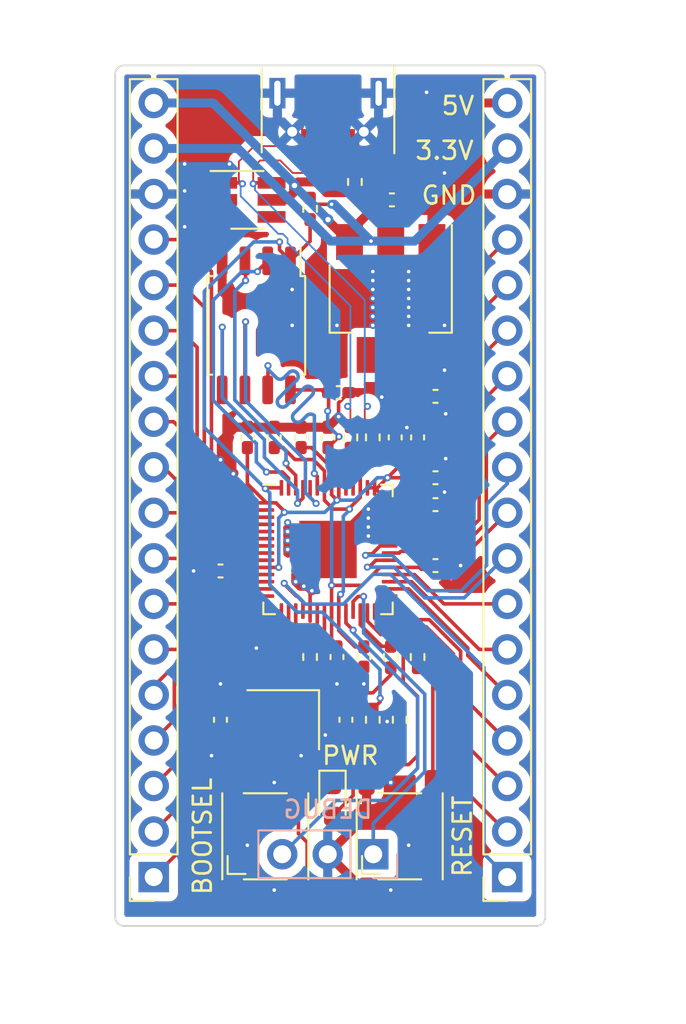
<source format=kicad_pcb>
(kicad_pcb (version 20211014) (generator pcbnew)
  (layers (0 "F.Cu" signal) (1 "In1.Cu" signal) (2 "In2.Cu" signal) (31 "B.Cu" signal) (34 "B.Paste" user) (35 "F.Paste" user) (36 "B.SilkS" user "B.Silkscreen") (37 "F.SilkS" user "F.Silkscreen") (38 "B.Mask" user) (39 "F.Mask" user) (44 "Edge.Cuts" user))
  (net 0 "")
  (net 1 "GND")
  (net 2 "+3V3")
  (net 3 "+1V1")
  (net 4 "VBUS")
  (net 5 "Net-(R1-Pad1)")
  (net 6 "Net-(R3-Pad1)")
  (net 7 "/RP2040/XIN")
  (net 8 "/RP2040/XOUT")
  (net 9 "Net-(FB1-Pad1)")
  (net 10 "/RP2040/USB_D-")
  (net 11 "/RP2040/USB_D+")
  (net 13 "/RP2040/QSPI_SS")
  (net 14 "Net-(R2-Pad2)")
  (net 15 "/RP2040/RUN")
  (net 16 "Net-(R4-Pad2)")
  (net 17 "/GPIO0")
  (net 18 "/GPIO1")
  (net 19 "/GPIO2")
  (net 20 "/GPIO3")
  (net 21 "/GPIO4")
  (net 22 "/GPIO5")
  (net 23 "/GPIO6")
  (net 24 "/GPIO7")
  (net 25 "/GPIO8")
  (net 26 "/GPIO9")
  (net 27 "/GPIO10")
  (net 28 "/GPIO11")
  (net 29 "/GPIO12")
  (net 30 "/GPIO13")
  (net 31 "/GPIO14")
  (net 32 "/GPIO15")
  (net 33 "/RP2040/SWCLK")
  (net 34 "/RP2040/SWD")
  (net 35 "/GPIO16")
  (net 36 "/GPIO17")
  (net 37 "/GPIO18")
  (net 38 "/GPIO19")
  (net 39 "/GPIO20")
  (net 40 "/GPIO21")
  (net 41 "/GPIO22")
  (net 42 "/GPIO23")
  (net 43 "/GPIO24")
  (net 44 "/GPIO25")
  (net 45 "/ADC0")
  (net 46 "/ADC1")
  (net 47 "/ADC2")
  (net 48 "/ADC3")
  (net 49 "/RP2040/QSPI_SD3")
  (net 50 "/RP2040/QSPI_SCLK")
  (net 51 "/RP2040/QSPI_SD0")
  (net 52 "/RP2040/QSPI_SD2")
  (net 53 "/RP2040/QSPI_SD1")
  (net 54 "Net-(D1-Pad1)")
  (net 57 "Net-(C6-Pad1)")
  (footprint "Resistor_SMD:R_0402_1005Metric_Pad0.72x0.64mm_HandSolder" (layer "F.Cu") (at 82 66 90)
    (fp_text reference "R5" hide)
    (fp_text value "10k")
  )
  (footprint "Capacitor_SMD:C_0402_1005Metric_Pad0.74x0.62mm_HandSolder" (layer "F.Cu") (at 82.25 53.75 90)
    (fp_text reference "C12" hide)
    (fp_text value "1u")
  )
  (footprint "Package_TO_SOT_SMD:SOT-23-6_Handsoldering" (layer "F.Cu") (at 74 40.5)
    (fp_text reference "U2" hide)
    (fp_text value "TPUSBLC6-4SC6")
  )
  (footprint "Capacitor_SMD:C_0402_1005Metric_Pad0.74x0.62mm_HandSolder" (layer "F.Cu") (at 78.5 53.75 90)
    (fp_text reference "C10" hide)
    (fp_text value "100n")
  )
  (footprint "footprints:BZCN TSC003A0826A" (layer "F.Cu") (at 75 76 90)
    (fp_text reference "SW1" hide)
    (fp_text value "SW_Push")
  )
  (footprint "footprints:BZCN TSC003A0826A" (layer "F.Cu") (at 82.5 76 90)
    (fp_text reference "SW2" hide)
    (fp_text value "SW_Push")
  )
  (footprint "Package_DFN_QFN:QFN-56-1EP_7x7mm_P0.4mm_EP3.2x3.2mm" (layer "F.Cu") (at 78.5 60)
    (fp_text reference "U1" hide)
    (fp_text value "RP2040")
  )
  (footprint "Package_TO_SOT_SMD:SOT-223-3_TabPin2" (layer "F.Cu") (at 82 46 -90)
    (fp_text reference "U3" hide)
    (fp_text value "NCP1117-3.3_SOT223")
  )
  (footprint "Package_SO:SOP-8_5.28x5.23mm_P1.27mm" (layer "F.Cu") (at 74.5 47.5 -90)
    (fp_text reference "U4" hide)
    (fp_text value "FM25W32")
  )
  (footprint "Resistor_SMD:R_0402_1005Metric_Pad0.72x0.64mm_HandSolder" (layer "F.Cu") (at 83.5 66 90)
    (fp_text reference "R3" hide)
    (fp_text value "1k")
  )
  (footprint "Capacitor_SMD:C_0402_1005Metric_Pad0.74x0.62mm_HandSolder" (layer "F.Cu") (at 79.5 69.5 -90)
    (fp_text reference "C6" hide)
    (fp_text value "27p")
  )
  (footprint "footprints:DEALON USB-MR-D-037" (layer "F.Cu") (at 78.5 35.5 180)
    (fp_text reference "J3" hide)
    (fp_text value "USB_B_Micro")
  )
  (footprint "Connector_PinSocket_2.54mm:PinSocket_1x18_P2.54mm_Vertical" (layer "F.Cu") (at 68.775 78.275 180)
    (fp_text reference "J1" hide)
    (fp_text value "Conn_02x15_Odd_Even")
  )
  (footprint "Capacitor_SMD:C_0402_1005Metric_Pad0.74x0.62mm_HandSolder" (layer "F.Cu") (at 84.5 56)
    (fp_text reference "C1" hide)
    (fp_text value "100n")
  )
  (footprint "Capacitor_SMD:C_0402_1005Metric_Pad0.74x0.62mm_HandSolder" (layer "F.Cu") (at 79.1 51.25)
    (fp_text reference "C16" hide)
    (fp_text value "100n")
  )
  (footprint "Resistor_SMD:R_0402_1005Metric_Pad0.72x0.64mm_HandSolder" (layer "F.Cu") (at 81 53.75 -90)
    (fp_text reference "R2" hide)
    (fp_text value "27.4")
  )
  (footprint "Resistor_SMD:R_0402_1005Metric_Pad0.72x0.64mm_HandSolder" (layer "F.Cu") (at 82.5 69.5 90)
    (fp_text reference "R6" hide)
    (fp_text value "0")
  )
  (footprint "Resistor_SMD:R_0402_1005Metric_Pad0.72x0.64mm_HandSolder" (layer "F.Cu") (at 81 69.5 90)
    (fp_text reference "R1" hide)
    (fp_text value "1k")
  )
  (footprint "Capacitor_SMD:C_0402_1005Metric_Pad0.74x0.62mm_HandSolder" (layer "F.Cu") (at 83.5 53.75 90)
    (fp_text reference "C2" hide)
    (fp_text value "1u")
  )
  (footprint "Capacitor_SMD:C_0402_1005Metric_Pad0.74x0.62mm_HandSolder" (layer "F.Cu") (at 79 66 -90)
    (fp_text reference "C7" hide)
    (fp_text value "100n")
  )
  (footprint "Capacitor_SMD:C_0402_1005Metric_Pad0.74x0.62mm_HandSolder" (layer "F.Cu") (at 82.0675 40.5)
    (fp_text reference "C14" hide)
    (fp_text value "10u")
  )
  (footprint "Crystal:Crystal_SMD_3225-4Pin_3.2x2.5mm" (layer "F.Cu") (at 76 69.5 180)
    (fp_text reference "Y1" hide)
    (fp_text value "Crystal_GND24")
  )
  (footprint "Resistor_SMD:R_0402_1005Metric_Pad0.72x0.64mm_HandSolder" (layer "F.Cu") (at 79.75 53.75 -90)
    (fp_text reference "R4" hide)
    (fp_text value "27.4")
  )
  (footprint "Connector_PinSocket_2.54mm:PinSocket_1x18_P2.54mm_Vertical" (layer "F.Cu") (at 88.5 78.275 180)
    (fp_text reference "J2" hide)
    (fp_text value "Conn_02x15_Odd_Even")
  )
  (footprint "Capacitor_SMD:C_0402_1005Metric_Pad0.74x0.62mm_HandSolder" (layer "F.Cu") (at 84.5 57.5)
    (fp_text reference "C4" hide)
    (fp_text value "100n")
  )
  (footprint "Capacitor_SMD:C_0402_1005Metric_Pad0.74x0.62mm_HandSolder" (layer "F.Cu") (at 77 53.75 90)
    (fp_text reference "C8" hide)
    (fp_text value "100n")
  )
  (footprint "Resistor_SMD:R_0402_1005Metric_Pad0.72x0.64mm_HandSolder" (layer "F.Cu") (at 77.5 41 -90)
    (fp_text reference "R7" hide)
    (fp_text value "10k")
  )
  (footprint "Capacitor_SMD:C_0402_1005Metric_Pad0.74x0.62mm_HandSolder" (layer "F.Cu") (at 75.5 53.75 90)
    (fp_text reference "C11" hide)
    (fp_text value "100n")
  )
  (footprint "Resistor_SMD:R_0402_1005Metric_Pad0.72x0.64mm_HandSolder" (layer "F.Cu") (at 77.5 66 90)
    (fp_text reference "R8" hide)
    (fp_text value "1k")
  )
  (footprint "Capacitor_SMD:C_0402_1005Metric_Pad0.74x0.62mm_HandSolder" (layer "F.Cu") (at 72.5 61.2 180)
    (fp_text reference "C17" hide)
    (fp_text value "100n")
  )
  (footprint "LED_SMD:LED_0603_1608Metric_Pad1.05x0.95mm_HandSolder" (layer "F.Cu") (at 78.75 74 -90)
    (fp_text reference "D1" hide)
    (fp_text value "LED")
  )
  (footprint "Capacitor_SMD:C_0402_1005Metric_Pad0.74x0.62mm_HandSolder" (layer "F.Cu") (at 74 53.75 90)
    (fp_text reference "C3" hide)
    (fp_text value "100n")
  )
  (footprint "Resistor_SMD:R_0402_1005Metric_Pad0.72x0.64mm_HandSolder" (layer "F.Cu") (at 80 39.5 -90)
    (fp_text reference "FB1" hide)
    (fp_text value "FerriteBead")
  )
  (footprint "Capacitor_SMD:C_0402_1005Metric_Pad0.74x0.62mm_HandSolder" (layer "F.Cu") (at 80.5 66 -90)
    (fp_text reference "C9" hide)
    (fp_text value "100n")
  )
  (footprint "Capacitor_SMD:C_0402_1005Metric_Pad0.74x0.62mm_HandSolder" (layer "F.Cu") (at 84.5 51.46)
    (fp_text reference "C15" hide)
    (fp_text value "10u")
  )
  (footprint "Capacitor_SMD:C_0402_1005Metric_Pad0.74x0.62mm_HandSolder" (layer "F.Cu") (at 84.5 60.9)
    (fp_text reference "C13" hide)
    (fp_text value "100n")
  )
  (footprint "Capacitor_SMD:C_0402_1005Metric_Pad0.74x0.62mm_HandSolder" (layer "F.Cu") (at 72.5 69.5 -90)
    (fp_text reference "C5" hide)
    (fp_text value "27p")
  )
  (footprint "Connector_PinHeader_2.54mm:PinHeader_1x03_P2.54mm_Vertical" (layer "B.Cu") (at 81.025 77 90)
    (fp_text reference "DEBUG")
    (fp_text value "Conn_01x03")
  )
  (gr_line (start 66.625 80.5) (end 66.625 33.5) (layer "Edge.Cuts") (width 0.1))
  (gr_line (start 90.125 81) (end 67.125 81) (layer "Edge.Cuts") (width 0.1))
  (gr_arc (start 90.125 33) (mid 90.478553 33.146447) (end 90.625 33.5) (layer "Edge.Cuts") (width 0.1))
  (gr_line (start 90.625 33.5) (end 90.625 80.5) (layer "Edge.Cuts") (width 0.1))
  (gr_line (start 78.5 33) (end 67.125 33) (layer "Edge.Cuts") (width 0.1))
  (gr_arc (start 66.625 33.5) (mid 66.771447 33.146447) (end 67.125 33) (layer "Edge.Cuts") (width 0.1))
  (gr_line (start 78.5 33) (end 90.125 33) (layer "Edge.Cuts") (width 0.1))
  (gr_arc (start 67.125 81) (mid 66.771447 80.853553) (end 66.625 80.5) (layer "Edge.Cuts") (width 0.1))
  (gr_arc (start 90.625 80.5) (mid 90.478553 80.853553) (end 90.125 81) (layer "Edge.Cuts") (width 0.1))
  (gr_text "RESET" (at 86 76 90) (layer "F.SilkS") (effects (font (size 1 1))))
  (gr_text "3.3V" (at 85 37.75) (layer "F.SilkS") (effects (font (size 1 1))))
  (gr_text "5V" (at 85.75 35.25) (layer "F.SilkS") (effects (font (size 1 1))))
  (gr_text "PWR" (at 79.75 71.5) (layer "F.SilkS") (effects (font (size 1 1))))
  (gr_text "GND" (at 85.25 40.25) (layer "F.SilkS") (effects (font (size 1 1))))
  (gr_text "BOOTSEL" (at 71.5 76 90) (layer "F.SilkS") (effects (font (size 1 1))))
  (segment (start 77.5 62.4) (end 77.6 62.3) (width 0.2) (layer "F.Cu") (net 1))
  (segment (start 77.6 62.3) (end 77.6 60.9) (width 0.2) (layer "F.Cu") (net 1))
  (segment (start 76.95 62.05) (end 77.35 62.05) (width 0.5) (layer "F.Cu") (net 1))
  (segment (start 71.9325 61.2) (end 71 61.2) (width 0.2) (layer "F.Cu") (net 1))
  (segment (start 77.15 61.75) (end 78.5 60.4) (width 0.5) (layer "F.Cu") (net 1))
  (segment (start 77.5 63.4375) (end 77.5 62.4) (width 0.2) (layer "F.Cu") (net 1))
  (segment (start 80.485 79) (end 78.485 77) (width 0.5) (layer "F.Cu") (net 1))
  (segment (start 80.75 58.25) (end 80.25 58.25) (width 0.5) (layer "F.Cu") (net 1))
  (segment (start 79.75 58.75) (end 78.5 60) (width 0.5) (layer "F.Cu") (net 1))
  (segment (start 72.5 68.9325) (end 72.7825 68.65) (width 0.2) (layer "F.Cu") (net 1))
  (segment (start 72.65 40.5) (end 71.595978 40.5) (width 0.5) (layer "F.Cu") (net 1))
  (segment (start 73.3175 53.1825) (end 72.545 53.955) (width 0.5) (layer "F.Cu") (net 1))
  (segment (start 85.0675 51.46) (end 85.0675 52.4325) (width 0.5) (layer "F.Cu") (net 1))
  (segment (start 85.0675 60.9) (end 85.8936 60.9) (width 0.2) (layer "F.Cu") (net 1))
  (segment (start 78.5 60.4) (end 78.5 60) (width 0.5) (layer "F.Cu") (net 1))
  (segment (start 85.0675 52.4325) (end 85.0675 54.9325) (width 0.5) (layer "F.Cu") (net 1))
  (segment (start 71.75 70.75) (end 72.25 71.25) (width 0.2) (layer "F.Cu") (net 1))
  (segment (start 71.420489 40.675489) (end 71.420489 42.725489) (width 0.5) (layer "F.Cu") (net 1))
  (segment (start 79.660514 51.25) (end 79.09125 51.819264) (width 0.2) (layer "F.Cu") (net 1))
  (segment (start 77.6 61.7) (end 78.5 60.8) (width 0.5) (layer "F.Cu") (net 1))
  (segment (start 85.0675 54.9325) (end 85.0675 56) (width 0.5) (layer "F.Cu") (net 1))
  (segment (start 78.5 60.8) (end 78.5 60) (width 0.5) (layer "F.Cu") (net 1))
  (segment (start 78.5 53.1825) (end 79.09125 52.59125) (width 0.5) (layer "F.Cu") (net 1))
  (segment (start 79.09125 51.819264) (end 79.09125 52.59125) (width 0.2) (layer "F.Cu") (net 1))
  (segment (start 80.75 57.75) (end 78.5 60) (width 0.5) (layer "F.Cu") (net 1))
  (segment (start 76.7 61.4) (end 78.1 60) (width 0.5) (layer "F.Cu") (net 1))
  (segment (start 72.7825 68.65) (end 74.9 68.65) (width 0.2) (layer "F.Cu") (net 1))
  (segment (start 79.6675 51.25) (end 79.660514 51.25) (width 0.2) (layer "F.Cu") (net 1))
  (segment (start 85.8936 60.9) (end 85.8968 60.8968) (width 0.2) (layer "F.Cu") (net 1))
  (segment (start 73.15 79) (end 73.15 73) (width 0.2) (layer "F.Cu") (net 1))
  (segment (start 76.2 71.25) (end 77.1 70.35) (width 0.2) (layer "F.Cu") (net 1))
  (segment (start 82.4975 68.9025) (end 81.8 69.6) (width 0.2) (layer "F.Cu") (net 1))
  (segment (start 80.65 79) (end 80.485 79) (width 0.5) (layer "F.Cu") (net 1))
  (segment (start 72.5 68.9325) (end 72.0675 68.9325) (width 0.2) (layer "F.Cu") (net 1))
  (segment (start 72.595 43.9) (end 72.595 45.595) (width 0.5) (layer "F.Cu") (net 1))
  (segment (start 78.485 77) (end 80.65 74.835) (width 0.5) (layer "F.Cu") (net 1))
  (segment (start 72.0675 68.9325) (end 71.75 69.25) (width 0.2) (layer "F.Cu") (net 1))
  (segment (start 77.6 60.9) (end 78.5 60) (width 0.2) (layer "F.Cu") (net 1))
  (segment (start 79 66.5675) (end 79 67.5) (width 0.2) (layer "F.Cu") (net 1))
  (segment (start 78.35 70.35) (end 77.1 70.35) (width 0.2) (layer "F.Cu") (net 1))
  (segment (start 77.6 62.3) (end 77.6 61.7) (width 0.5) (layer "F.Cu") (net 1))
  (segment (start 77.15 62.05) (end 77.15 61.75) (width 0.5) (layer "F.Cu") (net 1))
  (segment (start 71.420489 42.725489) (end 72.595 43.9) (width 0.5) (layer "F.Cu") (net 1))
  (segment (start 80.65 74.835) (end 80.65 73) (width 0.5) (layer "F.Cu") (net 1))
  (segment (start 72.25 71.25) (end 76.2 71.25) (width 0.2) (layer "F.Cu") (net 1))
  (segment (start 72.595 45.595) (end 73 46) (width 0.5) (layer "F.Cu") (net 1))
  (segment (start 76.7 61.8) (end 76.7 61.4) (width 0.5) (layer "F.Cu") (net 1))
  (segment (start 78.1 60) (end 78.5 60) (width 0.5) (layer "F.Cu") (net 1))
  (segment (start 82.5 68.9025) (end 82.4975 68.9025) (width 0.2) (layer "F.Cu") (net 1))
  (segment (start 79.5 70.0675) (end 79.2175 70.35) (width 0.2) (layer "F.Cu") (net 1))
  (segment (start 80.75 59.25) (end 79.25 59.25) (width 0.5) (layer "F.Cu") (net 1))
  (segment (start 71.595978 40.5) (end 71.420489 40.675489) (width 0.5) (layer "F.Cu") (net 1))
  (segment (start 80.5 66.5675) (end 80.5 67.5) (width 0.2) (layer "F.Cu") (net 1))
  (segment (start 79.25 59.25) (end 78.5 60) (width 0.5) (layer "F.Cu") (net 1))
  (segment (start 71.75 69.25) (end 71.75 70.75) (width 0.2) (layer "F.Cu") (net 1))
  (segment (start 72.545 53.955) (end 72.545 55.037157) (width 0.5) (layer "F.Cu") (net 1))
  (segment (start 76.7 61.8) (end 76.95 62.05) (width 0.5) (layer "F.Cu") (net 1))
  (segment (start 77.35 62.05) (end 77.6 62.3) (width 0.5) (layer "F.Cu") (net 1))
  (segment (start 79.2175 70.35) (end 78.35 70.35) (width 0.2) (layer "F.Cu") (net 1))
  (segment (start 80.75 58.75) (end 79.75 58.75) (width 0.5) (layer "F.Cu") (net 1))
  (segment (start 77.5 63.4375) (end 77.5 64) (width 0.2) (layer "F.Cu") (net 1))
  (segment (start 74 53.1825) (end 73.3175 53.1825) (width 0.5) (layer "F.Cu") (net 1))
  (segment (start 80.25 58.25) (end 78.5 60) (width 0.5) (layer "F.Cu") (net 1))
  (segment (start 80.75 57.75) (end 80.75 59.25) (width 0.5) (layer "F.Cu") (net 1))
  (segment (start 72.545 55.037157) (end 73.253922 55.746079) (width 0.5) (layer "F.Cu") (net 1))
  (via (at 81 47.5) (size 0.4) (drill 0.2) (layers "F.Cu" "B.Cu") (net 1))
  (via (at 70.5 38.5) (size 0.4) (drill 0.2) (layers "F.Cu" "B.Cu") (net 1))
  (via (at 85.0675 54.9325) (size 0.4) (drill 0.2) (layers "F.Cu" "B.Cu") (net 1))
  (via (at 85 56.8) (size 0.4) (drill 0.2) (layers "F.Cu" "B.Cu") (net 1))
  (via (at 81 45.5) (size 0.4) (drill 0.2) (layers "F.Cu" "B.Cu") (net 1))
  (via (at 84 34.5) (size 0.4) (drill 0.2) (layers "F.Cu" "B.Cu") (net 1))
  (via (at 74 76.5) (size 0.4) (drill 0.2) (layers "F.Cu" "B.Cu") (net 1))
  (via (at 81 46) (size 0.4) (drill 0.2) (layers "F.Cu" "B.Cu") (net 1))
  (via (at 83 45) (size 0.4) (drill 0.2) (layers "F.Cu" "B.Cu") (net 1))
  (via (at 83 47.5) (size 0.4) (drill 0.2) (layers "F.Cu" "B.Cu") (net 1))
  (via (at 77 71.5) (size 0.4) (drill 0.2) (layers "F.Cu" "B.Cu") (net 1))
  (via (at 70.5 40) (size 0.4) (drill 0.2) (layers "F.Cu" "B.Cu") (net 1))
  (via (at 73.218553 55.781448) (size 0.4) (drill 0.2) (layers "F.Cu" "B.Cu") (net 1))
  (via (at 76.25 59) (size 0.4) (drill 0.2) (layers "F.Cu" "B.Cu") (net 1))
  (via (at 80.75 57.75) (size 0.4) (drill 0.2) (layers "F.Cu" "B.Cu") (net 1))
  (via (at 72.5 67.5) (size 0.4) (drill 0.2) (layers "F.Cu" "B.Cu") (net 1))
  (via (at 81.8 69.6) (size 0.4) (drill 0.2) (layers "F.Cu" "B.Cu") (net 1))
  (via (at 76.25 59.5) (size 0.4) (drill 0.2) (layers "F.Cu" "B.Cu") (net 1))
  (via (at 76.7 61.8) (size 0.4) (drill 0.2) (layers "F.Cu" "B.Cu") (net 1))
  (via (at 76.25 58.5) (size 0.4) (drill 0.2) (layers "F.Cu" "B.Cu") (net 1))
  (via (at 79 47.5) (size 0.4) (drill 0.2) (layers "F.Cu" "B.Cu") (net 1))
  (via (at 81 46.5) (size 0.4) (drill 0.2) (layers "F.Cu" "B.Cu") (net 1))
  (via (at 81 45) (size 0.4) (drill 0.2) (layers "F.Cu" "B.Cu") (net 1))
  (via (at 79.09125 52.59125) (size 0.4) (drill 0.2) (layers "F.Cu" "B.Cu") (net 1))
  (via (at 80.75 59.25) (size 0.4) (drill 0.2) (layers "F.Cu" "B.Cu") (net 1))
  (via (at 83 46.5) (size 0.4) (drill 0.2) (layers "F.Cu" "B.Cu") (net 1))
  (via (at 85 39) (size 0.4) (drill 0.2) (layers "F.Cu" "B.Cu") (net 1))
  (via (at 80.75 58.75) (size 0.4) (drill 0.2) (layers "F.Cu" "B.Cu") (net 1))
  (via (at 80.75 58.25) (size 0.4) (drill 0.2) (layers "F.Cu" "B.Cu") (net 1))
  (via (at 72.5 55) (size 0.4) (drill 0.2) (layers "F.Cu" "B.Cu") (net 1))
  (via (at 81 47) (size 0.4) (drill 0.2) (layers "F.Cu" "B.Cu") (net 1))
  (via (at 76.5 45.5) (size 0.4) (drill 0.2) (layers "F.Cu" "B.Cu") (net 1))
  (via (at 70.5 42) (size 0.4) (drill 0.2) (layers "F.Cu" "B.Cu") (net 1))
  (via (at 76.25 60) (size 0.4) (drill 0.2) (layers "F.Cu" "B.Cu") (net 1))
  (via (at 81.5 51.5) (size 0.4) (drill 0.2) (layers "F.Cu" "B.Cu") (net 1))
  (via (at 78.35 70.35) (size 0.4) (drill 0.2) (layers "F.Cu" "B.Cu") (net 1))
  (via (at 82 73) (size 0.4) (drill 0.2) (layers "F.Cu" "B.Cu") (net 1))
  (via (at 75.5 73) (size 0.4) (drill 0.2) (layers "F.Cu" "B.Cu") (net 1))
  (via (at 85.0675 52.4325) (size 0.4) (drill 0.2) (layers "F.Cu" "B.Cu") (net 1))
  (via (at 83 44.5) (size 0.4) (drill 0.2) (layers "F.Cu" "B.Cu") (net 1))
  (via (at 82 79) (size 0.4) (drill 0.2) (layers "F.Cu" "B.Cu") (net 1))
  (via (at 82.9 53.2) (size 0.4) (drill 0.2) (layers "F.Cu" "B.Cu") (net 1))
  (via (at 83 46) (size 0.4) (drill 0.2) (layers "F.Cu" "B.Cu") (net 1))
  (via (at 77.6 62.3) (size 0.4) (drill 0.2) (layers "F.Cu" "B.Cu") (net 1))
  (via (at 74.5 65.5) (size 0.4) (drill 0.2) (layers "F.Cu" "B.Cu") (net 1))
  (via (at 72 71.5) (size 0.4) (drill 0.2) (layers "F.Cu" "B.Cu") (net 1))
  (via (at 85 50) (size 0.4) (drill 0.2) (layers "F.Cu" "B.Cu") (net 1))
  (via (at 76.5 47.5) (size 0.4) (drill 0.2) (layers "F.Cu" "B.Cu") (net 1))
  (via (at 71 61.2) (size 0.4) (drill 0.2) (layers "F.Cu" "B.Cu") (net 1))
  (via (at 81 44.5) (size 0.4) (drill 0.2) (layers "F.Cu" "B.Cu") (net 1))
  (via (at 79 67.5) (size 0.4) (drill 0.2) (layers "F.Cu" "B.Cu") (net 1))
  (via (at 77.15 62.05) (size 0.4) (drill 0.2) (layers "F.Cu" "B.Cu") (net 1))
  (via (at 80.5 67.5) (size 0.4) (drill 0.2) (layers "F.Cu" "B.Cu") (net 1))
  (via (at 85.8968 60.8968) (size 0.4) (drill 0.2) (layers "F.Cu" "B.Cu") (net 1))
  (via (at 85 47.5) (size 0.4) (drill 0.2) (layers "F.Cu" "B.Cu") (net 1))
  (via (at 83 76.5) (size 0.4) (drill 0.2) (layers "F.Cu" "B.Cu") (net 1))
  (via (at 75.5 79) (size 0.4) (drill 0.2) (layers "F.Cu" "B.Cu") (net 1))
  (via (at 73 38.5) (size 0.4) (drill 0.2) (layers "F.Cu" "B.Cu") (net 1))
  (via (at 83 45.5) (size 0.4) (drill 0.2) (layers "F.Cu" "B.Cu") (net 1))
  (via (at 83 47) (size 0.4) (drill 0.2) (layers "F.Cu" "B.Cu") (net 1))
  (segment (start 85.8968 60.8968) (end 85.8968 57.6968) (width 0.2) (layer "B.Cu") (net 1))
  (segment (start 79.09125 52.59125) (end 80.5 54) (width 0.5) (layer "B.Cu") (net 1))
  (segment (start 85.8968 57.6968) (end 85 56.8) (width 0.2) (layer "B.Cu") (net 1))
  (segment (start 81.9375 57.4) (end 81.1 56.5625) (width 0.2) (layer "F.Cu") (net 2))
  (segment (start 75.594295 57.4) (end 75.0625 57.4) (width 0.2) (layer "F.Cu") (net 2))
  (segment (start 78.7 61.999502) (end 78.7 63.4375) (width 0.2) (layer "F.Cu") (net 2))
  (segment (start 82 67) (end 82 66.5975) (width 0.2) (layer "F.Cu") (net 2))
  (segment (start 78.1325 51.1) (end 78.5325 51.5) (width 0.2) (layer "F.Cu") (net 2))
  (segment (start 81.405705 61) (end 81.9375 61) (width 0.2) (layer "F.Cu") (net 2))
  (segment (start 77.5675 54.3175) (end 77 54.3175) (width 0.2) (layer "F.Cu") (net 2))
  (segment (start 84.25952 53.74048) (end 83.6825 54.3175) (width 0.5) (layer "F.Cu") (net 2))
  (segment (start 81.1 56.5625) (end 81.255 56.5625) (width 0.2) (layer "F.Cu") (net 2))
  (segment (start 83.8325 57.4) (end 83.9325 57.5) (width 0.2) (layer "F.Cu") (net 2))
  (segment (start 79 65.4325) (end 78.7 65.1325) (width 0.2) (layer "F.Cu") (net 2))
  (segment (start 76.405 51.1) (end 78.1325 51.1) (width 0.2) (layer "F.Cu") (net 2))
  (segment (start 77.8445 40.747) (end 78.7 40.747) (width 0.2) (layer "F.Cu") (net 2))
  (segment (start 79 65.4325) (end 79.60952 66.04202) (width 0.2) (layer "F.Cu") (net 2))
  (segment (start 78.7 55.45) (end 77.5675 54.3175) (width 0.2) (layer "F.Cu") (net 2))
  (segment (start 77.5 40.4025) (end 77.8445 40.747) (width 0.2) (layer "F.Cu") (net 2))
  (segment (start 81.8175 56) (end 81.78375 56.03375) (width 0.2) (layer "F.Cu") (net 2))
  (segment (start 81.255 56.5625) (end 81.78375 56.03375) (width 0.2) (layer "F.Cu") (net 2))
  (segment (start 78.7 56.5625) (end 78.7 55.45) (width 0.2) (layer "F.Cu") (net 2))
  (segment (start 78.7 56.95) (end 79 57.25) (width 0.2) (layer "F.Cu") (net 2))
  (segment (start 79.1 56.5625) (end 79.1 54.9175) (width 0.2) (layer "F.Cu") (net 2))
  (segment (start 79.60952 67.315936) (end 80.293095 67.999511) (width 0.2) (layer "F.Cu") (net 2))
  (segment (start 75.0625 57.4) (end 74 56.3375) (width 0.2) (layer "F.Cu") (net 2))
  (segment (start 82 50.4) (end 84.25952 52.65952) (width 0.5) (layer "F.Cu") (net 2))
  (segment (start 79.109014 53.708486) (end 78.5 54.3175) (width 0.2) (layer "F.Cu") (net 2))
  (segment (start 79 57.25) (end 79.1 57.15) (width 0.2) (layer "F.Cu") (net 2))
  (segment (start 79.1 57.15) (end 79.1 56.5625) (width 0.2) (layer "F.Cu") (net 2))
  (segment (start 80.9 42.8) (end 81.95 42.8) (width 0.5) (layer "F.Cu") (net 2))
  (segment (start 84.25952 52.65952) (end 84.25952 53.74048) (width 0.5) (layer "F.Cu") (net 2))
  (segment (start 80.405705 62) (end 81.405705 61) (width 0.2) (layer "F.Cu") (net 2))
  (segment (start 82 42.85) (end 82 42.500978) (width 0.5) (layer "F.Cu") (net 2))
  (segment (start 79.60952 66.04202) (end 79.60952 67.315936) (width 0.2) (layer "F.Cu") (net 2))
  (segment (start 75.0625 61) (end 73.0675 61) (width 0.2) (layer "F.Cu") (net 2))
  (segment (start 76.060421 57.866126) (end 75.594295 57.4) (width 0.2) (layer "F.Cu") (net 2))
  (segment (start 82 49.15) (end 82 50.4) (width 0.5) (layer "F.Cu") (net 2))
  (segment (start 82 42.85) (end 82 49.15) (width 0.5) (layer "F.Cu") (net 2))
  (segment (start 81.9375 57.4) (end 83.8325 57.4) (width 0.2) (layer "F.Cu") (net 2))
  (segment (start 80.293095 67.999511) (end 81.000489 67.999511) (width 0.2) (layer "F.Cu") (net 2))
  (segment (start 81.000489 67.999511) (end 82 67) (width 0.2) (layer "F.Cu") (net 2))
  (segment (start 83.9325 56) (end 81.8175 56) (width 0.2) (layer "F.Cu") (net 2))
  (segment (start 76.060421 57.931262) (end 76.060421 57.866126) (width 0.2) (layer "F.Cu") (net 2))
  (segment (start 81.78375 56.03375) (end 83.5 54.3175) (width 0.2) (layer "F.Cu") (net 2))
  (segment (start 80.7 56.5625) (end 81.1 56.5625) (width 0.2) (layer "F.Cu") (net 2))
  (segment (start 75.0625 61) (end 75.75 61) (width 0.2) (layer "F.Cu") (net 2))
  (segment (start 81.95 42.8) (end 82 42.85) (width 0.5) (layer "F.Cu") (net 2))
  (segment (start 78.700498 62) (end 80.405705 62) (width 0.2) (layer "F.Cu") (net 2))
  (segment (start 78.7 56.5625) (end 78.7 56.95) (width 0.2) (layer "F.Cu") (net 2))
  (segment (start 83.6825 54.3175) (end 83.5 54.3175) (width 0.5) (layer "F.Cu") (net 2))
  (segment (start 79.112381 53.708486) (end 79.109014 53.708486) (width 0.2) (layer "F.Cu") (net 2))
  (segment (start 79.1 54.9175) (end 78.5 54.3175) (width 0.2) (layer "F.Cu") (net 2))
  (segment (start 83.9325 61) (end 81.9375 61) (width 0.2) (layer "F.Cu") (net 2))
  (segment (start 78.5325 52.231468) (end 78.481984 52.281984) (width 0.2) (layer "F.Cu") (net 2))
  (segment (start 78.7 61.999502) (end 78.700498 62) (width 0.2) (layer "F.Cu") (net 2))
  (segment (start 78.5325 51.5) (end 78.5325 52.231468) (width 0.2) (layer "F.Cu") (net 2))
  (segment (start 78.7 65.1325) (end 78.7 63.4375) (width 0.2) (layer "F.Cu") (net 2))
  (segment (start 74 56.3375) (end 74 54.3175) (width 0.2) (layer "F.Cu") (net 2))
  (via (at 76.060421 57.931262) (size 0.4) (drill 0.2) (layers "F.Cu" "B.Cu") (net 2))
  (via (at 78.7 40.747) (size 0.4) (drill 0.2) (layers "F.Cu" "B.Cu") (net 2))
  (via (at 81.8175 56) (size 0.4) (drill 0.2) (layers "F.Cu" "B.Cu") (net 2))
  (via (at 79 57.25) (size 0.4) (drill 0.2) (layers "F.Cu" "B.Cu") (net 2))
  (via (at 80.9 42.8) (size 0.4) (drill 0.2) (layers "F.Cu" "B.Cu") (net 2))
  (via (at 75.75 61) (size 0.4) (drill 0.2) (layers "F.Cu" "B.Cu") (net 2))
  (via (at 78.7 61.999502) (size 0.4) (drill 0.2) (layers "F.Cu" "B.Cu") (net 2))
  (via (at 79.112381 53.708486) (size 0.4) (drill 0.2) (layers "F.Cu" "B.Cu") (net 2))
  (via (at 78.481984 52.281984) (size 0.4) (drill 0.2) (layers "F.Cu" "B.Cu") (net 2))
  (segment (start 78.64003 42.8) (end 73.47503 37.635) (width 0.5) (layer "B.Cu") (net 2))
  (segment (start 83.335 42.8) (end 88.5 37.635) (width 0.5) (layer "B.Cu") (net 2))
  (segment (start 79.108486 53.708486) (end 79.112381 53.708486) (width 0.2) (layer "B.Cu") (net 2))
  (segment (start 75.75 58.241683) (end 75.75 61) (width 0.2) (layer "B.Cu") (net 2))
  (segment (start 78.481984 53.081984) (end 79.108486 53.708486) (width 0.2) (layer "B.Cu") (net 2))
  (segment (start 78.318738 57.931262) (end 79 57.25) (width 0.2) (layer "B.Cu") (net 2))
  (segment (start 80.9 42.8) (end 78.64003 42.8) (width 0.5) (layer "B.Cu") (net 2))
  (segment (start 76.060421 57.931262) (end 78.318738 57.931262) (width 0.2) (layer "B.Cu") (net 2))
  (segment (start 80 57.25) (end 81.25 56) (width 0.2) (layer "B.Cu") (net 2))
  (segment (start 78.7 61.999502) (end 78.7 57.55) (width 0.2) (layer "B.Cu") (net 2))
  (segment (start 78.481984 52.281984) (end 78.481984 53.081984) (width 0.2) (layer "B.Cu") (net 2))
  (segment (start 73.47503 37.635) (end 68.775 37.635) (width 0.5) (layer "B.Cu") (net 2))
  (segment (start 78.7 57.55) (end 79 57.25) (width 0.2) (layer "B.Cu") (net 2))
  (segment (start 78.847 40.747) (end 78.7 40.747) (width 0.5) (layer "B.Cu") (net 2))
  (segment (start 76.060421 57.931262) (end 75.75 58.241683) (width 0.2) (layer "B.Cu") (net 2))
  (segment (start 79 57.25) (end 80 57.25) (width 0.2) (layer "B.Cu") (net 2))
  (segment (start 80.9 42.8) (end 78.847 40.747) (width 0.5) (layer "B.Cu") (net 2))
  (segment (start 81.25 56) (end 81.8175 56) (width 0.2) (layer "B.Cu") (net 2))
  (segment (start 80.9 42.8) (end 83.335 42.8) (width 0.5) (layer "B.Cu") (net 2))
  (segment (start 80.29952 55.94952) (end 80.29952 55.5) (width 0.2) (layer "F.Cu") (net 3))
  (segment (start 75.989712 54.3175) (end 75.5 54.3175) (width 0.2) (layer "F.Cu") (net 3))
  (segment (start 80.795 55.00452) (end 81.56298 55.00452) (width 0.2) (layer "F.Cu") (net 3))
  (segment (start 78.3 55.615006) (end 77.669514 54.98452) (width 0.2) (layer "F.Cu") (net 3))
  (segment (start 80.3 56.5625) (end 80.3 55.95) (width 0.2) (layer "F.Cu") (net 3))
  (segment (start 78.3 56.5625) (end 78.3 55.615006) (width 0.2) (layer "F.Cu") (net 3))
  (segment (start 78.3 57.256416) (end 78.793584 57.75) (width 0.2) (layer "F.Cu") (net 3))
  (segment (start 81.56298 55.00452) (end 82.25 54.3175) (width 0.2) (layer "F.Cu") (net 3))
  (segment (start 79.1 63.4375) (end 79.1 64.522212) (width 0.2) (layer "F.Cu") (net 3))
  (segment (start 80.3 55.95) (end 80.29952 55.94952) (width 0.2) (layer "F.Cu") (net 3))
  (segment (start 79.644295 57.75) (end 80.3 57.094295) (width 0.2) (layer "F.Cu") (net 3))
  (segment (start 79.1995 62.4995) (end 79.1 62.599) (width 0.2) (layer "F.Cu") (net 3))
  (segment (start 80.29952 55.5) (end 80.795 55.00452) (width 0.2) (layer "F.Cu") (net 3))
  (segment (start 79.1 62.599) (end 79.1 63.4375) (width 0.2) (layer "F.Cu") (net 3))
  (segment (start 76.656732 54.98452) (end 75.989712 54.3175) (width 0.2) (layer "F.Cu") (net 3))
  (segment (start 77.669514 54.98452) (end 76.656732 54.98452) (width 0.2) (layer "F.Cu") (net 3))
  (segment (start 80.3 57.094295) (end 80.3 56.5625) (width 0.2) (layer "F.Cu") (net 3))
  (segment (start 78.3 56.5625) (end 78.3 57.256416) (width 0.2) (layer "F.Cu") (net 3))
  (segment (start 78.793584 57.75) (end 79.644295 57.75) (width 0.2) (layer "F.Cu") (net 3))
  (segment (start 80.010288 65.4325) (end 80.5 65.4325) (width 0.2) (layer "F.Cu") (net 3))
  (segment (start 79.1 64.522212) (end 80.010288 65.4325) (width 0.2) (layer "F.Cu") (net 3))
  (via (at 79.697147 57.7495) (size 0.4) (drill 0.2) (layers "F.Cu" "B.Cu") (net 3))
  (via (at 79.1995 62.4995) (size 0.4) (drill 0.2) (layers "F.Cu" "B.Cu") (net 3))
  (segment (start 79.3532 62.3458) (end 79.3532 58.1468) (width 0.2) (layer "B.Cu") (net 3))
  (segment (start 79.3532 58.1468) (end 79.697147 57.802853) (width 0.2) (layer "B.Cu") (net 3))
  (segment (start 79.1995 62.4995) (end 79.3532 62.3458) (width 0.2) (layer "B.Cu") (net 3))
  (segment (start 79.697147 57.802853) (end 79.697147 57.7495) (width 0.2) (layer "B.Cu") (net 3))
  (segment (start 78.5 41.65) (end 79.7 42.85) (width 0.5) (layer "F.Cu") (net 4))
  (segment (start 86.81758 35.095) (end 88.5 35.095) (width 0.5) (layer "F.Cu") (net 4))
  (segment (start 76.829982 39.49952) (end 76.629502 39.7) (width 0.5) (layer "F.Cu") (net 4))
  (segment (start 81.5 40.5) (end 81.5 40.41258) (width 0.5) (layer "F.Cu") (net 4))
  (segment (start 77.816511 39.49952) (end 76.829982 39.49952) (width 0.5) (layer "F.Cu") (net 4))
  (segment (start 78.414491 40.0975) (end 77.816511 39.49952) (width 0.5) (layer "F.Cu") (net 4))
  (segment (start 76.175489 40.5) (end 75.35 40.5) (width 0.5) (layer "F.Cu") (net 4))
  (segment (start 78.5 41.6) (end 78.5 41.65) (width 0.5) (layer "F.Cu") (net 4))
  (segment (start 76.579511 39.749991) (end 76.579511 40.095978) (width 0.5) (layer "F.Cu") (net 4))
  (segment (start 76.629502 39.7) (end 76.579511 39.749991) (width 0.5) (layer "F.Cu") (net 4))
  (segment (start 81.5 40.41258) (end 86.81758 35.095) (width 0.5) (layer "F.Cu") (net 4))
  (segment (start 79.7 42.3) (end 81.5 40.5) (width 0.5) (layer "F.Cu") (net 4))
  (segment (start 76.579511 40.095978) (end 76.175489 40.5) (width 0.5) (layer "F.Cu") (net 4))
  (segment (start 80 40.0975) (end 78.414491 40.0975) (width 0.5) (layer "F.Cu") (net 4))
  (segment (start 79.7 42.85) (end 79.7 42.3) (width 0.5) (layer "F.Cu") (net 4))
  (via (at 78.5 41.6) (size 0.6) (drill 0.3) (layers "F.Cu" "B.Cu") (net 4))
  (via (at 76.629502 39.7) (size 0.6) (drill 0.3) (layers "F.Cu" "B.Cu") (net 4))
  (segment (start 76.629502 39.629502) (end 72.095 35.095) (width 0.5) (layer "B.Cu") (net 4))
  (segment (start 76.629502 39.7) (end 76.629502 39.729502) (width 0.5) (layer "B.Cu") (net 4))
  (segment (start 76.629502 39.7) (end 76.629502 39.629502) (width 0.5) (layer "B.Cu") (net 4))
  (segment (start 76.629502 39.729502) (end 78.5 41.6) (width 0.5) (layer "B.Cu") (net 4))
  (segment (start 72.095 35.095) (end 68.775 35.095) (width 0.5) (layer "B.Cu") (net 4))
  (segment (start 76.85 73) (end 76.85 72.65) (width 0.2) (layer "F.Cu") (net 5))
  (segment (start 76.85 72.65) (end 78.75048 70.74952) (width 0.2) (layer "F.Cu") (net 5))
  (segment (start 77.335489 76.335489) (end 77.335489 78.514511) (width 0.2) (layer "F.Cu") (net 5))
  (segment (start 77.335489 78.514511) (end 76.85 79) (width 0.2) (layer "F.Cu") (net 5))
  (segment (start 76.85 75.85) (end 77.335489 76.335489) (width 0.2) (layer "F.Cu") (net 5))
  (segment (start 80.34798 70.74952) (end 81 70.0975) (width 0.2) (layer "F.Cu") (net 5))
  (segment (start 76.85 75.85) (end 76.85 73) (width 0.2) (layer "F.Cu") (net 5))
  (segment (start 78.75048 70.74952) (end 80.34798 70.74952) (width 0.2) (layer "F.Cu") (net 5))
  (segment (start 84.35 67.4475) (end 83.5 66.5975) (width 0.2) (layer "F.Cu") (net 6))
  (segment (start 84.35 73) (end 84.35 67.4475) (width 0.2) (layer "F.Cu") (net 6))
  (segment (start 84.35 79) (end 84.35 73) (width 0.2) (layer "F.Cu") (net 6))
  (segment (start 74.9 70.35) (end 75.15 70.35) (width 0.2) (layer "F.Cu") (net 7))
  (segment (start 76.88048 65.01952) (end 76.88048 65.014661) (width 0.2) (layer "F.Cu") (net 7))
  (segment (start 77.50452 64.74548) (end 77.9 64.35) (width 0.2) (layer "F.Cu") (net 7))
  (segment (start 76.88048 65.014661) (end 77.149661 64.74548) (width 0.2) (layer "F.Cu") (net 7))
  (segment (start 76 65.9) (end 76.88048 65.01952) (width 0.2) (layer "F.Cu") (net 7))
  (segment (start 72.5 70.0675) (end 72.7825 70.35) (width 0.2) (layer "F.Cu") (net 7))
  (segment (start 77.9 64.35) (end 77.9 63.4375) (width 0.2) (layer "F.Cu") (net 7))
  (segment (start 76 69.5) (end 76 65.9) (width 0.2) (layer "F.Cu") (net 7))
  (segment (start 75.15 70.35) (end 76 69.5) (width 0.2) (layer "F.Cu") (net 7))
  (segment (start 72.7825 70.35) (end 74.9 70.35) (width 0.2) (layer "F.Cu") (net 7))
  (segment (start 77.149661 64.74548) (end 77.50452 64.74548) (width 0.2) (layer "F.Cu") (net 7))
  (segment (start 78.30048 64.60202) (end 78.30048 63.43798) (width 0.2) (layer "F.Cu") (net 8))
  (segment (start 78.30048 63.43798) (end 78.3 63.4375) (width 0.2) (layer "F.Cu") (net 8))
  (segment (start 77.5 65.4025) (end 78.30048 64.60202) (width 0.2) (layer "F.Cu") (net 8))
  (segment (start 80 37.425) (end 79.8 37.225) (width 0.5) (layer "F.Cu") (net 9))
  (segment (start 80 38.9025) (end 80 37.425) (width 0.5) (layer "F.Cu") (net 9))
  (segment (start 74.715686 38.3) (end 74.325003 38.690683) (width 0.1) (layer "F.Cu") (net 10))
  (segment (start 80.7 52.01693) (end 80.55 52.16693) (width 0.1) (layer "F.Cu") (net 10))
  (segment (start 75.834314 38.3) (end 74.715686 38.3) (width 0.1) (layer "F.Cu") (net 10))
  (segment (start 74.275 39.55) (end 75.35 39.55) (width 0.2) (layer "F.Cu") (net 10))
  (segment (start 78.415188 39) (end 76.534314 39) (width 0.1) (layer "F.Cu") (net 10))
  (segment (start 76.534314 39) (end 75.834314 38.3) (width 0.1) (layer "F.Cu") (net 10))
  (segment (start 74.225 39.6) (end 74.325003 39.6) (width 0.2) (layer "F.Cu") (net 10))
  (segment (start 74.325003 38.690683) (end 74.325003 39.6) (width 0.1) (layer "F.Cu") (net 10))
  (segment (start 80.55 52.16693) (end 80.55 52.7025) (width 0.1) (layer "F.Cu") (net 10))
  (segment (start 79.225 38.190188) (end 78.415188 39) (width 0.1) (layer "F.Cu") (net 10))
  (segment (start 79.225 37.3) (end 79.225 38.190188) (width 0.1) (layer "F.Cu") (net 10))
  (segment (start 80.55 52.7025) (end 81 53.1525) (width 0.1) (layer "F.Cu") (net 10))
  (segment (start 74.225 39.6) (end 74.275 39.55) (width 0.2) (layer "F.Cu") (net 10))
  (segment (start 79.15 37.225) (end 79.225 37.3) (width 0.1) (layer "F.Cu") (net 10))
  (via (at 80.7 52.01693) (size 0.4) (drill 0.2) (layers "F.Cu" "B.Cu") (net 10))
  (via (at 74.325003 39.6) (size 0.4) (drill 0.2) (layers "F.Cu" "B.Cu") (net 10))
  (segment (start 80.55 51.86693) (end 80.7 52.01693) (width 0.1) (layer "B.Cu") (net 10))
  (segment (start 74.425252 39.700249) (end 74.425252 39.959566) (width 0.1) (layer "B.Cu") (net 10))
  (segment (start 74.325003 39.6) (end 74.425252 39.700249) (width 0.1) (layer "B.Cu") (net 10))
  (segment (start 74.425252 39.959566) (end 80.55 46.084314) (width 0.1) (layer "B.Cu") (net 10))
  (segment (start 80.55 46.084314) (end 80.55 51.86693) (width 0.1) (layer "B.Cu") (net 10))
  (segment (start 79.75 52.16693) (end 79.75 53.1525) (width 0.1) (layer "F.Cu") (net 11))
  (segment (start 78.5 37.225) (end 78.425 37.3) (width 0.1) (layer "F.Cu") (net 11))
  (segment (start 73.525003 38.359311) (end 73.525003 39.399503) (width 0.1) (layer "F.Cu") (net 11))
  (segment (start 73.525003 39.399503) (end 73.7255 39.6) (width 0.1) (layer "F.Cu") (net 11))
  (segment (start 78.425 38.024022) (end 78.249022 38.2) (width 0.1) (layer "F.Cu") (net 11))
  (segment (start 76.865686 38.2) (end 76.165686 37.5) (width 0.1) (layer "F.Cu") (net 11))
  (segment (start 78.083816 38.2) (end 76.865686 38.2) (width 0.1) (layer "F.Cu") (net 11))
  (segment (start 78.425 37.3) (end 78.425 38.024022) (width 0.1) (layer "F.Cu") (net 11))
  (segment (start 73.725 39.55) (end 72.65 39.55) (width 0.2) (layer "F.Cu") (net 11))
  (segment (start 74.384314 37.5) (end 73.525003 38.359311) (width 0.1) (layer "F.Cu") (net 11))
  (segment (start 79.6 52.01693) (end 79.75 52.16693) (width 0.1) (layer "F.Cu") (net 11))
  (segment (start 78.249022 38.2) (end 78.1 38.2) (width 0.1) (layer "F.Cu") (net 11))
  (segment (start 73.775 39.6) (end 73.7255 39.6) (width 0.2) (layer "F.Cu") (net 11))
  (segment (start 73.775 39.6) (end 73.725 39.55) (width 0.2) (layer "F.Cu") (net 11))
  (segment (start 76.165686 37.5) (end 74.384314 37.5) (width 0.1) (layer "F.Cu") (net 11))
  (via (at 73.7255 39.6) (size 0.4) (drill 0.2) (layers "F.Cu" "B.Cu") (net 11))
  (via (at 79.6 52.01693) (size 0.4) (drill 0.2) (layers "F.Cu" "B.Cu") (net 11))
  (segment (start 79.75 46.415686) (end 79.75 51.86693) (width 0.1) (layer "B.Cu") (net 11))
  (segment (start 73.625252 40.290938) (end 75.731036 42.396722) (width 0.1) (layer "B.Cu") (net 11))
  (segment (start 75.731036 42.396722) (end 75.979942 42.396722) (width 0.1) (layer "B.Cu") (net 11))
  (segment (start 76.243258 42.908944) (end 79.75 46.415686) (width 0.1) (layer "B.Cu") (net 11))
  (segment (start 73.7255 39.6) (end 73.625252 39.700248) (width 0.1) (layer "B.Cu") (net 11))
  (segment (start 73.625252 39.700248) (end 73.625252 40.290938) (width 0.1) (layer "B.Cu") (net 11))
  (segment (start 79.75 51.86693) (end 79.6 52.01693) (width 0.1) (layer "B.Cu") (net 11))
  (segment (start 76.243258 42.660038) (end 76.243258 42.908944) (width 0.1) (layer "B.Cu") (net 11))
  (segment (start 75.979942 42.396722) (end 76.243258 42.660038) (width 0.1) (layer "B.Cu") (net 11))
  (segment (start 76.405 43.9) (end 77.5 42.805) (width 0.2) (layer "F.Cu") (net 13))
  (segment (start 75.793747 43.288747) (end 76.405 43.9) (width 0.2) (layer "F.Cu") (net 13))
  (segment (start 81.411202 68.295198) (end 81.411202 68.491298) (width 0.2) (layer "F.Cu") (net 13))
  (segment (start 75 56.6) (end 75.0375 56.5625) (width 0.2) (layer "F.Cu") (net 13))
  (segment (start 75.793747 42.846233) (end 75.793747 43.288747) (width 0.2) (layer "F.Cu") (net 13))
  (segment (start 77.5 42.805) (end 77.5 41.5975) (width 0.2) (layer "F.Cu") (net 13))
  (segment (start 81.411202 68.491298) (end 81 68.9025) (width 0.2) (layer "F.Cu") (net 13))
  (segment (start 75.0375 56.5625) (end 75.9 56.5625) (width 0.2) (layer "F.Cu") (net 13))
  (via (at 75.793747 42.846233) (size 0.4) (drill 0.2) (layers "F.Cu" "B.Cu") (net 13))
  (via (at 75 56.6) (size 0.4) (drill 0.2) (layers "F.Cu" "B.Cu") (net 13))
  (via (at 81.411202 68.295198) (size 0.4) (drill 0.2) (layers "F.Cu" "B.Cu") (net 13))
  (segment (start 75.250489 56.850489) (end 75.250489 61.973542) (width 0.2) (layer "B.Cu") (net 13))
  (segment (start 75 56.6) (end 75.250489 56.850489) (width 0.2) (layer "B.Cu") (net 13))
  (segment (start 75.250489 61.973542) (end 76.776947 63.5) (width 0.2) (layer "B.Cu") (net 13))
  (segment (start 79.646792 64.953208) (end 79.653208 64.953208) (width 0.2) (layer "B.Cu") (net 13))
  (segment (start 78.193584 63.5) (end 79.646792 64.953208) (width 0.2) (layer "B.Cu") (net 13))
  (segment (start 75 56.6) (end 71.6 53.2) (width 0.2) (layer "B.Cu") (net 13))
  (segment (start 81.4 66.7) (end 81.4 68.283996) (width 0.2) (layer "B.Cu") (net 13))
  (segment (start 79.653208 64.953208) (end 81.4 66.7) (width 0.2) (layer "B.Cu") (net 13))
  (segment (start 71.6 45.6) (end 74.353767 42.846233) (width 0.2) (layer "B.Cu") (net 13))
  (segment (start 81.4 68.283996) (end 81.411202 68.295198) (width 0.2) (layer "B.Cu") (net 13))
  (segment (start 76.776947 63.5) (end 78.193584 63.5) (width 0.2) (layer "B.Cu") (net 13))
  (segment (start 74.353767 42.846233) (end 75.793747 42.846233) (width 0.2) (layer "B.Cu") (net 13))
  (segment (start 71.6 53.2) (end 71.6 45.6) (width 0.2) (layer "B.Cu") (net 13))
  (segment (start 80.757359 54.3475) (end 81 54.3475) (width 0.2) (layer "F.Cu") (net 14))
  (segment (start 79.9 56.5625) (end 79.9 55.204859) (width 0.2) (layer "F.Cu") (net 14))
  (segment (start 79.9 55.204859) (end 80.757359 54.3475) (width 0.2) (layer "F.Cu") (net 14))
  (segment (start 83.5 68.2) (end 82.6975 67.3975) (width 0.2) (layer "F.Cu") (net 15))
  (segment (start 83 72) (end 83.5 71.5) (width 0.2) (layer "F.Cu") (net 15))
  (segment (start 78.75 74.875) (end 79.90048 73.72452) (width 0.2) (layer "F.Cu") (net 15))
  (segment (start 83.5 71.5) (end 83.5 68.2) (width 0.2) (layer "F.Cu") (net 15))
  (segment (start 82.6975 65.4025) (end 83.5 65.4025) (width 0.2) (layer "F.Cu") (net 15))
  (segment (start 80.208217 72) (end 83 72) (width 0.2) (layer "F.Cu") (net 15))
  (segment (start 82 65.4025) (end 81.5025 65.4025) (width 0.2) (layer "F.Cu") (net 15))
  (segment (start 82.6975 67.3975) (end 82.6975 65.4025) (width 0.2) (layer "F.Cu") (net 15))
  (segment (start 81.5025 65.4025) (end 80.3 64.2) (width 0.2) (layer "F.Cu") (net 15))
  (segment (start 80.3 64.2) (end 80.3 63.4375) (width 0.2) (layer "F.Cu") (net 15))
  (segment (start 79.90048 73.72452) (end 79.90048 72.307737) (width 0.2) (layer "F.Cu") (net 15))
  (segment (start 82 65.4025) (end 82.6975 65.4025) (width 0.2) (layer "F.Cu") (net 15))
  (segment (start 79.90048 72.307737) (end 80.208217 72) (width 0.2) (layer "F.Cu") (net 15))
  (segment (start 79.5 54.5975) (end 79.75 54.3475) (width 0.2) (layer "F.Cu") (net 16))
  (segment (start 79.5 56.5625) (end 79.5 54.5975) (width 0.2) (layer "F.Cu") (net 16))
  (segment (start 70.215 42.715) (end 68.775 42.715) (width 0.2) (layer "F.Cu") (net 17))
  (segment (start 71.99548 55.264775) (end 71.99548 44.49548) (width 0.2) (layer "F.Cu") (net 17))
  (segment (start 75.0625 57.8) (end 74.530705 57.8) (width 0.2) (layer "F.Cu") (net 17))
  (segment (start 74.530705 57.8) (end 71.99548 55.264775) (width 0.2) (layer "F.Cu") (net 17))
  (segment (start 71.99548 44.49548) (end 70.215 42.715) (width 0.2) (layer "F.Cu") (net 17))
  (segment (start 71.59596 55.430261) (end 71.59596 46.48596) (width 0.2) (layer "F.Cu") (net 18))
  (segment (start 74.365699 58.2) (end 71.59596 55.430261) (width 0.2) (layer "F.Cu") (net 18))
  (segment (start 71.59596 46.48596) (end 70.365 45.255) (width 0.2) (layer "F.Cu") (net 18))
  (segment (start 70.365 45.255) (end 68.775 45.255) (width 0.2) (layer "F.Cu") (net 18))
  (segment (start 75.0625 58.2) (end 74.365699 58.2) (width 0.2) (layer "F.Cu") (net 18))
  (segment (start 71.19644 55.595747) (end 71.19644 48.72644) (width 0.2) (layer "F.Cu") (net 19))
  (segment (start 71.19644 48.72644) (end 70.265 47.795) (width 0.2) (layer "F.Cu") (net 19))
  (segment (start 70.265 47.795) (end 68.775 47.795) (width 0.2) (layer "F.Cu") (net 19))
  (segment (start 74.200693 58.6) (end 71.19644 55.595747) (width 0.2) (layer "F.Cu") (net 19))
  (segment (start 75.0625 58.6) (end 74.200693 58.6) (width 0.2) (layer "F.Cu") (net 19))
  (segment (start 70.085 50.335) (end 68.775 50.335) (width 0.2) (layer "F.Cu") (net 20))
  (segment (start 70.796921 51.046921) (end 70.085 50.335) (width 0.2) (layer "F.Cu") (net 20))
  (segment (start 75.0625 59) (end 74.035687 59) (width 0.2) (layer "F.Cu") (net 20))
  (segment (start 70.796921 55.761234) (end 70.796921 51.046921) (width 0.2) (layer "F.Cu") (net 20))
  (segment (start 74.035687 59) (end 70.796921 55.761234) (width 0.2) (layer "F.Cu") (net 20))
  (segment (start 73.870681 59.4) (end 70.37 55.899319) (width 0.2) (layer "F.Cu") (net 21))
  (segment (start 70.37 55.899319) (end 70.37 53.36) (width 0.2) (layer "F.Cu") (net 21))
  (segment (start 70.37 53.36) (end 69.885 52.875) (width 0.2) (layer "F.Cu") (net 21))
  (segment (start 69.885 52.875) (end 68.775 52.875) (width 0.2) (layer "F.Cu") (net 21))
  (segment (start 75.0625 59.4) (end 73.870681 59.4) (width 0.2) (layer "F.Cu") (net 21))
  (segment (start 73.705675 59.8) (end 69.320675 55.415) (width 0.2) (layer "F.Cu") (net 22))
  (segment (start 69.320675 55.415) (end 68.775 55.415) (width 0.2) (layer "F.Cu") (net 22))
  (segment (start 75.0625 59.8) (end 73.705675 59.8) (width 0.2) (layer "F.Cu") (net 22))
  (segment (start 71.295669 57.955) (end 68.775 57.955) (width 0.2) (layer "F.Cu") (net 23))
  (segment (start 75.0625 60.2) (end 73.540669 60.2) (width 0.2) (layer "F.Cu") (net 23))
  (segment (start 73.540669 60.2) (end 71.295669 57.955) (width 0.2) (layer "F.Cu") (net 23))
  (segment (start 68.78 60.5) (end 68.775 60.495) (width 0.2) (layer "F.Cu") (net 24))
  (segment (start 73.375663 60.6) (end 73.275663 60.5) (width 0.2) (layer "F.Cu") (net 24))
  (segment (start 75.0625 60.6) (end 73.375663 60.6) (width 0.2) (layer "F.Cu") (net 24))
  (segment (start 73.275663 60.5) (end 68.78 60.5) (width 0.2) (layer "F.Cu") (net 24))
  (segment (start 72.242788 63.035) (end 68.775 63.035) (width 0.2) (layer "F.Cu") (net 25))
  (segment (start 75.06202 61.39952) (end 73.878268 61.39952) (width 0.2) (layer "F.Cu") (net 25))
  (segment (start 75.0625 61.4) (end 75.06202 61.39952) (width 0.2) (layer "F.Cu") (net 25))
  (segment (start 73.878268 61.39952) (end 72.242788 63.035) (width 0.2) (layer "F.Cu") (net 25))
  (segment (start 70.267794 65.575) (end 68.775 65.575) (width 0.2) (layer "F.Cu") (net 26))
  (segment (start 74.042794 61.8) (end 70.267794 65.575) (width 0.2) (layer "F.Cu") (net 26))
  (segment (start 75.0625 61.8) (end 74.042794 61.8) (width 0.2) (layer "F.Cu") (net 26))
  (segment (start 75.0625 62.2) (end 74.2078 62.2) (width 0.2) (layer "F.Cu") (net 27))
  (segment (start 74.2078 62.2) (end 68.775 67.6328) (width 0.2) (layer "F.Cu") (net 27))
  (segment (start 68.775 67.6328) (end 68.775 68.115) (width 0.2) (layer "F.Cu") (net 27))
  (segment (start 69.924511 69.505489) (end 68.775 70.655) (width 0.2) (layer "F.Cu") (net 28))
  (segment (start 74.372806 62.6) (end 69.924511 67.048295) (width 0.2) (layer "F.Cu") (net 28))
  (segment (start 75.0625 62.6) (end 74.372806 62.6) (width 0.2) (layer "F.Cu") (net 28))
  (segment (start 69.924511 67.048295) (end 69.924511 69.505489) (width 0.2) (layer "F.Cu") (net 28))
  (segment (start 75.9 63.4375) (end 74.100312 63.4375) (width 0.2) (layer "F.Cu") (net 29))
  (segment (start 70.324031 67.213781) (end 70.324031 71.645969) (width 0.2) (layer "F.Cu") (net 29))
  (segment (start 70.324031 71.645969) (end 68.775 73.195) (width 0.2) (layer "F.Cu") (net 29))
  (segment (start 74.100312 63.4375) (end 70.324031 67.213781) (width 0.2) (layer "F.Cu") (net 29))
  (segment (start 70.723551 67.379267) (end 70.723551 73.786449) (width 0.2) (layer "F.Cu") (net 30))
  (segment (start 70.723551 73.786449) (end 68.775 75.735) (width 0.2) (layer "F.Cu") (net 30))
  (segment (start 76.1 64.2) (end 73.902818 64.2) (width 0.2) (layer "F.Cu") (net 30))
  (segment (start 76.3 64) (end 76.1 64.2) (width 0.2) (layer "F.Cu") (net 30))
  (segment (start 76.3 63.4375) (end 76.3 64) (width 0.2) (layer "F.Cu") (net 30))
  (segment (start 73.902818 64.2) (end 70.723551 67.379267) (width 0.2) (layer "F.Cu") (net 30))
  (segment (start 76.7 63.4375) (end 76.7 64.165006) (width 0.2) (layer "F.Cu") (net 31))
  (segment (start 76.7 64.165006) (end 76.265486 64.59952) (width 0.2) (layer "F.Cu") (net 31))
  (segment (start 71.123071 67.544753) (end 71.123071 75.926929) (width 0.2) (layer "F.Cu") (net 31))
  (segment (start 76.265486 64.59952) (end 74.068304 64.59952) (width 0.2) (layer "F.Cu") (net 31))
  (segment (start 71.123071 75.926929) (end 68.775 78.275) (width 0.2) (layer "F.Cu") (net 31))
  (segment (start 74.068304 64.59952) (end 71.123071 67.544753) (width 0.2) (layer "F.Cu") (net 31))
  (segment (start 76.055945 61.883936) (end 76.055945 61.933083) (width 0.2) (layer "F.Cu") (net 32))
  (segment (start 76.055945 61.933083) (end 76.722381 62.599519) (width 0.2) (layer "F.Cu") (net 32))
  (segment (start 77.1 62.905705) (end 77.1 63.4375) (width 0.2) (layer "F.Cu") (net 32))
  (segment (start 76.793815 62.59952) (end 77.1 62.905705) (width 0.2) (layer "F.Cu") (net 32))
  (segment (start 76.722381 62.599519) (end 76.793815 62.59952) (width 0.2) (layer "F.Cu") (net 32))
  (via (at 76.055945 61.883936) (size 0.4) (drill 0.2) (layers "F.Cu" "B.Cu") (net 32))
  (segment (start 79.355905 63.049511) (end 79.699011 62.706405) (width 0.2) (layer "B.Cu") (net 32))
  (segment (start 81.015091 61.384909) (end 81.984909 61.384909) (width 0.2) (layer "B.Cu") (net 32))
  (segment (start 81.984909 61.384909) (end 87.2 66.6) (width 0.2) (layer "B.Cu") (net 32))
  (segment (start 76.055945 61.883936) (end 77.22152 63.049511) (width 0.2) (layer "B.Cu") (net 32))
  (segment (start 79.699011 62.700989) (end 81.015091 61.384909) (width 0.2) (layer "B.Cu") (net 32))
  (segment (start 87.2 66.6) (end 87.2 76.975) (width 0.2) (layer "B.Cu") (net 32))
  (segment (start 87.2 76.975) (end 88.5 78.275) (width 0.2) (layer "B.Cu") (net 32))
  (segment (start 77.22152 63.049511) (end 79.355905 63.049511) (width 0.2) (layer "B.Cu") (net 32))
  (segment (start 79.699011 62.706405) (end 79.699011 62.700989) (width 0.2) (layer "B.Cu") (net 32))
  (segment (start 79.5 64.1) (end 79.9 64.5) (width 0.2) (layer "F.Cu") (net 33))
  (segment (start 79.5 63.4375) (end 79.5 64.1) (width 0.2) (layer "F.Cu") (net 33))
  (via (at 79.9 64.5) (size 0.4) (drill 0.2) (layers "F.Cu" "B.Cu") (net 33))
  (segment (start 83.499511 72.206905) (end 81.706416 74) (width 0.2) (layer "B.Cu") (net 33))
  (segment (start 81.706416 74) (end 78.945 74) (width 0.2) (layer "B.Cu") (net 33))
  (segment (start 79.9 64.634994) (end 83.499511 68.234505) (width 0.2) (layer "B.Cu") (net 33))
  (segment (start 78.945 74) (end 75.945 77) (width 0.2) (layer "B.Cu") (net 33))
  (segment (start 79.9 64.5) (end 79.9 64.634994) (width 0.2) (layer "B.Cu") (net 33))
  (segment (start 83.499511 68.234505) (end 83.499511 72.206905) (width 0.2) (layer "B.Cu") (net 33))
  (segment (start 79.9 62.905705) (end 80.184418 62.621287) (width 0.2) (layer "F.Cu") (net 34))
  (segment (start 80.184418 62.621287) (end 80.485113 62.621287) (width 0.2) (layer "F.Cu") (net 34))
  (segment (start 79.9 63.4375) (end 79.9 62.905705) (width 0.2) (layer "F.Cu") (net 34))
  (via (at 80.485113 62.621287) (size 0.4) (drill 0.2) (layers "F.Cu" "B.Cu") (net 34))
  (segment (start 80.485113 62.621287) (end 80.485113 64.655101) (width 0.2) (layer "B.Cu") (net 34))
  (segment (start 83.89903 68.069018) (end 83.89903 72.40097) (width 0.2) (layer "B.Cu") (net 34))
  (segment (start 83.89903 72.40097) (end 81.025 75.275) (width 0.2) (layer "B.Cu") (net 34))
  (segment (start 80.485113 64.655101) (end 83.89903 68.069018) (width 0.2) (layer "B.Cu") (net 34))
  (segment (start 81.025 75.275) (end 81.025 77) (width 0.2) (layer "B.Cu") (net 34))
  (segment (start 88.435 75.735) (end 88.5 75.735) (width 0.2) (layer "F.Cu") (net 35))
  (segment (start 85.09952 72.39952) (end 88.435 75.735) (width 0.2) (layer "F.Cu") (net 35))
  (segment (start 80.7 64) (end 81.44548 64.74548) (width 0.2) (layer "F.Cu") (net 35))
  (segment (start 83.850339 64.74548) (end 85.09952 65.994661) (width 0.2) (layer "F.Cu") (net 35))
  (segment (start 81.44548 64.74548) (end 83.850339 64.74548) (width 0.2) (layer "F.Cu") (net 35))
  (segment (start 85.09952 65.994661) (end 85.09952 72.39952) (width 0.2) (layer "F.Cu") (net 35))
  (segment (start 80.7 63.4375) (end 80.7 64) (width 0.2) (layer "F.Cu") (net 35))
  (segment (start 85.5 70.2) (end 88.495 73.195) (width 0.2) (layer "F.Cu") (net 36))
  (segment (start 81.1 63.834994) (end 81.582503 64.317497) (width 0.2) (layer "F.Cu") (net 36))
  (segment (start 81.1 63.4375) (end 81.1 63.834994) (width 0.2) (layer "F.Cu") (net 36))
  (segment (start 81.582503 64.317497) (end 83.987362 64.317497) (width 0.2) (layer "F.Cu") (net 36))
  (segment (start 88.495 73.195) (end 88.5 73.195) (width 0.2) (layer "F.Cu") (net 36))
  (segment (start 83.987362 64.317497) (end 85.5 65.830135) (width 0.2) (layer "F.Cu") (net 36))
  (segment (start 85.5 65.830135) (end 85.5 70.2) (width 0.2) (layer "F.Cu") (net 36))
  (segment (start 88.455 70.655) (end 88.5 70.655) (width 0.2) (layer "F.Cu") (net 37))
  (segment (start 81.9375 63.3375) (end 82.517977 63.917977) (width 0.2) (layer "F.Cu") (net 37))
  (segment (start 81.9375 62.6) (end 81.9375 63.3375) (width 0.2) (layer "F.Cu") (net 37))
  (segment (start 85.89952 65.664649) (end 85.89952 68.09952) (width 0.2) (layer "F.Cu") (net 37))
  (segment (start 84.152849 63.917978) (end 85.89952 65.664649) (width 0.2) (layer "F.Cu") (net 37))
  (segment (start 85.89952 68.09952) (end 88.455 70.655) (width 0.2) (layer "F.Cu") (net 37))
  (segment (start 82.517977 63.917977) (end 84.152849 63.917978) (width 0.2) (layer "F.Cu") (net 37))
  (segment (start 81.9375 62.2) (end 82.7 62.2) (width 0.2) (layer "F.Cu") (net 38))
  (segment (start 86.29904 65.499163) (end 86.29904 65.91404) (width 0.2) (layer "F.Cu") (net 38))
  (segment (start 86.29904 65.91404) (end 88.5 68.115) (width 0.2) (layer "F.Cu") (net 38))
  (segment (start 82.999397 62.19952) (end 86.29904 65.499163) (width 0.2) (layer "F.Cu") (net 38))
  (segment (start 82.7 62.2) (end 82.70048 62.19952) (width 0.2) (layer "F.Cu") (net 38))
  (segment (start 82.70048 62.19952) (end 82.999397 62.19952) (width 0.2) (layer "F.Cu") (net 38))
  (segment (start 81.9375 61.8) (end 83.164883 61.8) (width 0.2) (layer "F.Cu") (net 39))
  (segment (start 86.939882 65.575) (end 88.5 65.575) (width 0.2) (layer "F.Cu") (net 39))
  (segment (start 83.164883 61.8) (end 86.939882 65.575) (width 0.2) (layer "F.Cu") (net 39))
  (segment (start 84.964888 63.035) (end 88.5 63.035) (width 0.2) (layer "F.Cu") (net 40))
  (segment (start 83.714944 61.785056) (end 84.964888 63.035) (width 0.2) (layer "F.Cu") (net 40))
  (segment (start 81.9375 61.4) (end 83.329889 61.4) (width 0.2) (layer "F.Cu") (net 40))
  (segment (start 83.329889 61.4) (end 83.714944 61.785056) (width 0.2) (layer "F.Cu") (net 40))
  (segment (start 81.9375 60.6) (end 81.171422 60.6) (width 0.2) (layer "F.Cu") (net 41))
  (segment (start 80.786033 60.985389) (end 80.694999 60.985389) (width 0.2) (layer "F.Cu") (net 41))
  (segment (start 81.171422 60.6) (end 80.786033 60.985389) (width 0.2) (layer "F.Cu") (net 41))
  (via (at 80.694999 60.985389) (size 0.4) (drill 0.2) (layers "F.Cu" "B.Cu") (net 41))
  (segment (start 88.305 60.495) (end 88.5 60.495) (width 0.2) (layer "B.Cu") (net 41))
  (segment (start 82.185389 60.985389) (end 83.9 62.7) (width 0.2) (layer "B.Cu") (net 41))
  (segment (start 86.1 62.7) (end 88.305 60.495) (width 0.2) (layer "B.Cu") (net 41))
  (segment (start 80.694999 60.985389) (end 82.185389 60.985389) (width 0.2) (layer "B.Cu") (net 41))
  (segment (start 83.9 62.7) (end 86.1 62.7) (width 0.2) (layer "B.Cu") (net 41))
  (segment (start 82.469295 60.2) (end 82.562177 60.107118) (width 0.2) (layer "F.Cu") (net 42))
  (segment (start 86.255 60.1) (end 86.355 60.1) (width 0.2) (layer "F.Cu") (net 42))
  (segment (start 81.9375 60.2) (end 82.469295 60.2) (width 0.2) (layer "F.Cu") (net 42))
  (segment (start 82.562177 60.107118) (end 86.347882 60.107118) (width 0.2) (layer "F.Cu") (net 42))
  (segment (start 86.347882 60.107118) (end 86.5275 59.9275) (width 0.2) (layer "F.Cu") (net 42))
  (segment (start 86.5275 59.9275) (end 88.5 57.955) (width 0.2) (layer "F.Cu") (net 42))
  (segment (start 86.355 60.1) (end 86.5275 59.9275) (width 0.2) (layer "F.Cu") (net 42))
  (segment (start 81.249511 59.956905) (end 81.249511 59.956194) (width 0.2) (layer "F.Cu") (net 43))
  (segment (start 81.405705 59.8) (end 81.9375 59.8) (width 0.2) (layer "F.Cu") (net 43))
  (segment (start 80.59226 60.328379) (end 80.671128 60.249511) (width 0.2) (layer "F.Cu") (net 43))
  (segment (start 80.956905 60.249511) (end 81.249511 59.956905) (width 0.2) (layer "F.Cu") (net 43))
  (segment (start 80.671128 60.249511) (end 80.956905 60.249511) (width 0.2) (layer "F.Cu") (net 43))
  (segment (start 81.249511 59.956194) (end 81.405705 59.8) (width 0.2) (layer "F.Cu") (net 43))
  (via (at 80.59226 60.328379) (size 0.4) (drill 0.2) (layers "F.Cu" "B.Cu") (net 43))
  (segment (start 87.350489 57.478856) (end 88.5 56.329345) (width 0.2) (layer "B.Cu") (net 43))
  (segment (start 84.065486 62.30048) (end 85.934514 62.30048) (width 0.2) (layer "B.Cu") (net 43))
  (segment (start 80.59226 60.328379) (end 82.093385 60.328379) (width 0.2) (layer "B.Cu") (net 43))
  (segment (start 85.934514 62.30048) (end 87.350489 60.884505) (width 0.2) (layer "B.Cu") (net 43))
  (segment (start 88.5 56.329345) (end 88.5 55.415) (width 0.2) (layer "B.Cu") (net 43))
  (segment (start 87.350489 60.884505) (end 87.350489 57.478856) (width 0.2) (layer "B.Cu") (net 43))
  (segment (start 82.093385 60.328379) (end 84.065486 62.30048) (width 0.2) (layer "B.Cu") (net 43))
  (segment (start 82.869786 59.707598) (end 86.130215 59.707597) (width 0.2) (layer "F.Cu") (net 44))
  (segment (start 82.562188 59.4) (end 82.869786 59.707598) (width 0.2) (layer "F.Cu") (net 44))
  (segment (start 86.130215 59.707597) (end 87.332597 58.505215) (width 0.2) (layer "F.Cu") (net 44))
  (segment (start 87.332597 54.042403) (end 88.5 52.875) (width 0.2) (layer "F.Cu") (net 44))
  (segment (start 81.9375 59.4) (end 82.562188 59.4) (width 0.2) (layer "F.Cu") (net 44))
  (segment (start 87.332597 58.505215) (end 87.332597 54.042403) (width 0.2) (layer "F.Cu") (net 44))
  (segment (start 86.933078 51.901922) (end 88.5 50.335) (width 0.2) (layer "F.Cu") (net 45))
  (segment (start 85.964728 59.308078) (end 86.933078 58.339728) (width 0.2) (layer "F.Cu") (net 45))
  (segment (start 86.933078 58.339728) (end 86.933078 51.901922) (width 0.2) (layer "F.Cu") (net 45))
  (segment (start 82.727194 59) (end 83.035272 59.308078) (width 0.2) (layer "F.Cu") (net 45))
  (segment (start 81.9375 59) (end 82.727194 59) (width 0.2) (layer "F.Cu") (net 45))
  (segment (start 83.035272 59.308078) (end 85.964728 59.308078) (width 0.2) (layer "F.Cu") (net 45))
  (segment (start 86.53356 58.17424) (end 86.53356 49.76144) (width 0.2) (layer "F.Cu") (net 46))
  (segment (start 85.799241 58.908559) (end 86.53356 58.17424) (width 0.2) (layer "F.Cu") (net 46))
  (segment (start 86.53356 49.76144) (end 88.5 47.795) (width 0.2) (layer "F.Cu") (net 46))
  (segment (start 82.8922 58.6) (end 83.200759 58.908559) (width 0.2) (layer "F.Cu") (net 46))
  (segment (start 81.9375 58.6) (end 82.8922 58.6) (width 0.2) (layer "F.Cu") (net 46))
  (segment (start 83.200759 58.908559) (end 85.799241 58.908559) (width 0.2) (layer "F.Cu") (net 46))
  (segment (start 83.366246 58.50904) (end 85.633754 58.50904) (width 0.2) (layer "F.Cu") (net 47))
  (segment (start 81.9375 58.2) (end 83.057206 58.2) (width 0.2) (layer "F.Cu") (net 47))
  (segment (start 85.633754 58.50904) (end 86.13404 58.008754) (width 0.2) (layer "F.Cu") (net 47))
  (segment (start 86.13404 47.62096) (end 88.5 45.255) (width 0.2) (layer "F.Cu") (net 47))
  (segment (start 83.057206 58.2) (end 83.366246 58.50904) (width 0.2) (layer "F.Cu") (net 47))
  (segment (start 86.134039 53.230967) (end 86.13404 47.62096) (width 0.2) (layer "F.Cu") (net 47))
  (segment (start 86.13404 58.008754) (end 86.134039 53.230967) (width 0.2) (layer "F.Cu") (net 47))
  (segment (start 81.9375 57.8) (end 83.222212 57.8) (width 0.2) (layer "F.Cu") (net 48))
  (segment (start 85.468268 58.10952) (end 85.73452 57.843268) (width 0.2) (layer "F.Cu") (net 48))
  (segment (start 85.73452 57.843268) (end 85.73452 45.48048) (width 0.2) (layer "F.Cu") (net 48))
  (segment (start 83.531732 58.10952) (end 85.468268 58.10952) (width 0.2) (layer "F.Cu") (net 48))
  (segment (start 85.73452 45.48048) (end 88.5 42.715) (width 0.2) (layer "F.Cu") (net 48))
  (segment (start 83.222212 57.8) (end 83.531732 58.10952) (width 0.2) (layer "F.Cu") (net 48))
  (segment (start 77.9 55.921406) (end 77.739297 55.760703) (width 0.2) (layer "F.Cu") (net 49))
  (segment (start 75.15 49.75) (end 75.15 51.085) (width 0.2) (layer "F.Cu") (net 49))
  (segment (start 77.9 56.5625) (end 77.9 55.921406) (width 0.2) (layer "F.Cu") (net 49))
  (segment (start 75.15 51.085) (end 75.135 51.1) (width 0.2) (layer "F.Cu") (net 49))
  (via (at 77.739297 55.760703) (size 0.4) (drill 0.2) (layers "F.Cu" "B.Cu") (net 49))
  (via (at 75.15 49.75) (size 0.4) (drill 0.2) (layers "F.Cu" "B.Cu") (net 49))
  (segment (start 76.607924 52.397874) (end 76.607924 52.397873) (width 0.2) (layer "B.Cu") (net 49))
  (segment (start 77.739297 55.760703) (end 77.739297 52.539297) (width 0.2) (layer "B.Cu") (net 49))
  (segment (start 77.102899 51.902899) (end 77.597873 51.407924) (width 0.2) (layer "B.Cu") (net 49))
  (segment (start 75.15 49.95) (end 75.15 49.75) (width 0.2) (layer "B.Cu") (net 49))
  (segment (start 77.173608 50.983659) (end 77.173608 50.98366) (width 0.2) (layer "B.Cu") (net 49))
  (segment (start 76.607924 52.397873) (end 77.102899 51.902899) (width 0.2) (layer "B.Cu") (net 49))
  (segment (start 77.315032 52.539296) (end 77.315031 52.539296) (width 0.2) (layer "B.Cu") (net 49))
  (segment (start 76.325075 50.135127) (end 76.042232 50.417969) (width 0.2) (layer "B.Cu") (net 49))
  (segment (start 77.315031 52.539296) (end 77.032189 52.822139) (width 0.2) (layer "B.Cu") (net 49))
  (segment (start 75.174072 49.974072) (end 75.15 49.95) (width 0.2) (layer "B.Cu") (net 49))
  (segment (start 75.759394 51.549342) (end 76.74934 50.559391) (width 0.2) (layer "B.Cu") (net 49))
  (segment (start 77.173608 50.98366) (end 76.678633 51.478633) (width 0.2) (layer "B.Cu") (net 49))
  (segment (start 75.617968 50.417969) (end 75.174072 49.974072) (width 0.2) (layer "B.Cu") (net 49))
  (segment (start 75.759392 51.549341) (end 75.759394 51.549342) (width 0.2) (layer "B.Cu") (net 49))
  (segment (start 76.678633 51.478633) (end 76.183657 51.973606) (width 0.2) (layer "B.Cu") (net 49))
  (segment (start 76.325075 50.135126) (end 76.325075 50.135127) (width 0.2) (layer "B.Cu") (net 49))
  (arc (start 76.042232 50.417969) (mid 75.8301 50.505837) (end 75.617968 50.417969) (width 0.2) (layer "B.Cu") (net 49))
  (arc (start 77.739297 52.539297) (mid 77.527164 52.451427) (end 77.315032 52.539296) (width 0.2) (layer "B.Cu") (net 49))
  (arc (start 76.183657 51.973606) (mid 75.971525 52.061474) (end 75.759393 51.973606) (width 0.2) (layer "B.Cu") (net 49))
  (arc (start 76.607925 52.822139) (mid 76.520055 52.610006) (end 76.607924 52.397874) (width 0.2) (layer "B.Cu") (net 49))
  (arc (start 77.597873 50.98366) (mid 77.385741 50.895791) (end 77.173608 50.983659) (width 0.2) (layer "B.Cu") (net 49))
  (arc (start 76.74934 50.559391) (mid 76.837208 50.347259) (end 76.74934 50.135127) (width 0.2) (layer "B.Cu") (net 49))
  (arc (start 75.759393 51.973606) (mid 75.671525 51.761475) (end 75.759392 51.549341) (width 0.2) (layer "B.Cu") (net 49))
  (arc (start 76.74934 50.135127) (mid 76.537208 50.047258) (end 76.325075 50.135126) (width 0.2) (layer "B.Cu") (net 49))
  (arc (start 77.597873 51.407924) (mid 77.685741 51.195792) (end 77.597873 50.98366) (width 0.2) (layer "B.Cu") (net 49))
  (arc (start 77.032189 52.822139) (mid 76.820057 52.910007) (end 76.607925 52.822139) (width 0.2) (layer "B.Cu") (net 49))
  (segment (start 73.865 47.335) (end 73.865 51.1) (width 0.2) (layer "F.Cu") (net 50))
  (segment (start 77.5 57.099474) (end 77.832288 57.431762) (width 0.2) (layer "F.Cu") (net 50))
  (segment (start 73.9 47.3) (end 73.865 47.335) (width 0.2) (layer "F.Cu") (net 50))
  (segment (start 77.5 56.5625) (end 77.5 57.099474) (width 0.2) (layer "F.Cu") (net 50))
  (via (at 77.832288 57.431762) (size 0.4) (drill 0.2) (layers "F.Cu" "B.Cu") (net 50))
  (via (at 73.9 47.3) (size 0.4) (drill 0.2) (layers "F.Cu" "B.Cu") (net 50))
  (segment (start 73.9 51.7) (end 77.239786 55.039786) (width 0.2) (layer "B.Cu") (net 50))
  (segment (start 73.9 47.3) (end 73.9 51.7) (width 0.2) (layer "B.Cu") (net 50))
  (segment (start 77.239786 55.039786) (end 77.239786 56.83926) (width 0.2) (layer "B.Cu") (net 50))
  (segment (start 77.239786 56.83926) (end 77.832288 57.431762) (width 0.2) (layer "B.Cu") (net 50))
  (segment (start 77.1 57.131762) (end 77.1 56.5625) (width 0.2) (layer "F.Cu") (net 51))
  (segment (start 76.8 57.431762) (end 77.1 57.131762) (width 0.2) (layer "F.Cu") (net 51))
  (segment (start 72.5995 47.6) (end 72.5995 51.0955) (width 0.2) (layer "F.Cu") (net 51))
  (segment (start 72.5995 51.0955) (end 72.595 51.1) (width 0.2) (layer "F.Cu") (net 51))
  (via (at 76.8 57.431762) (size 0.4) (drill 0.2) (layers "F.Cu" "B.Cu") (net 51))
  (via (at 72.5995 47.6) (size 0.4) (drill 0.2) (layers "F.Cu" "B.Cu") (net 51))
  (segment (start 72.5995 47.6) (end 72.5995 51.529512) (width 0.2) (layer "B.Cu") (net 51))
  (segment (start 74.95 54.856416) (end 76.8 56.706416) (width 0.2) (layer "B.Cu") (net 51))
  (segment (start 74.95 53.880012) (end 74.95 54.856416) (width 0.2) (layer "B.Cu") (net 51))
  (segment (start 76.8 56.706416) (end 76.8 57.431762) (width 0.2) (layer "B.Cu") (net 51))
  (segment (start 72.5995 51.529512) (end 74.95 53.880012) (width 0.2) (layer "B.Cu") (net 51))
  (segment (start 73.9 43.935) (end 73.865 43.9) (width 0.2) (layer "F.Cu") (net 52))
  (segment (start 76.7 55.865699) (end 76.7 56.5625) (width 0.2) (layer "F.Cu") (net 52))
  (segment (start 73.9 45) (end 73.9 43.935) (width 0.2) (layer "F.Cu") (net 52))
  (segment (start 76.157906 55.192094) (end 76.234781 55.268969) (width 0.2) (layer "F.Cu") (net 52))
  (segment (start 76.234781 55.40048) (end 76.7 55.865699) (width 0.2) (layer "F.Cu") (net 52))
  (segment (start 76.234781 55.268969) (end 76.234781 55.40048) (width 0.2) (layer "F.Cu") (net 52))
  (via (at 73.9 45) (size 0.4) (drill 0.2) (layers "F.Cu" "B.Cu") (net 52))
  (via (at 76.157906 55.192094) (size 0.4) (drill 0.2) (layers "F.Cu" "B.Cu") (net 52))
  (segment (start 73.3 45.6) (end 73.9 45) (width 0.2) (layer "B.Cu") (net 52))
  (segment (start 76.157906 55.192094) (end 76.157906 54.522912) (width 0.2) (layer "B.Cu") (net 52))
  (segment (start 76.157906 54.522912) (end 73.3 51.665006) (width 0.2) (layer "B.Cu") (net 52))
  (segment (start 73.3 51.665006) (end 73.3 45.6) (width 0.2) (layer "B.Cu") (net 52))
  (segment (start 76.3 56.5625) (end 76.3 56.030705) (width 0.2) (layer "F.Cu") (net 53))
  (segment (start 75.950703 55.681408) (end 75.068592 55.681408) (width 0.2) (layer "F.Cu") (net 53))
  (segment (start 74.5645 44.5) (end 74.5645 44.4705) (width 0.2) (layer "F.Cu") (net 53))
  (segment (start 76.3 56.030705) (end 75.950703 55.681408) (width 0.2) (layer "F.Cu") (net 53))
  (segment (start 74.5645 44.4705) (end 75.135 43.9) (width 0.2) (layer "F.Cu") (net 53))
  (via (at 75.068592 55.681408) (size 0.4) (drill 0.2) (layers "F.Cu" "B.Cu") (net 53))
  (via (at 74.5645 44.5) (size 0.4) (drill 0.2) (layers "F.Cu" "B.Cu") (net 53))
  (segment (start 72.1 46.093584) (end 73.693584 44.5) (width 0.2) (layer "B.Cu") (net 53))
  (segment (start 73.693584 44.5) (end 74.5645 44.5) (width 0.2) (layer "B.Cu") (net 53))
  (segment (start 72.100489 49.700489) (end 72.1 49.7) (width 0.2) (layer "B.Cu") (net 53))
  (segment (start 74.5 55.112816) (end 74.5 54.088724) (width 0.2) (layer "B.Cu") (net 53))
  (segment (start 72.100489 51.689213) (end 72.100489 49.700489) (width 0.2) (layer "B.Cu") (net 53))
  (segment (start 75.068592 55.681408) (end 74.5 55.112816) (width 0.2) (layer "B.Cu") (net 53))
  (segment (start 72.1 49.7) (end 72.1 46.093584) (width 0.2) (layer "B.Cu") (net 53))
  (segment (start 74.5 54.088724) (end 72.100489 51.689213) (width 0.2) (layer "B.Cu") (net 53))
  (segment (start 78.75 72.893211) (end 80.494172 71.149039) (width 0.2) (layer "F.Cu") (net 54))
  (segment (start 80.494172 71.149039) (end 81.448461 71.149039) (width 0.2) (layer "F.Cu") (net 54))
  (segment (start 81.448461 71.149039) (end 82.5 70.0975) (width 0.2) (layer "F.Cu") (net 54))
  (segment (start 78.75 73.125) (end 78.75 72.893211) (width 0.2) (layer "F.Cu") (net 54))
  (segment (start 77.1 68.65) (end 79.2175 68.65) (width 0.2) (layer "F.Cu") (net 57))
  (segment (start 77.1 66.9975) (end 77.5 66.5975) (width 0.2) (layer "F.Cu") (net 57))
  (segment (start 77.1 68.65) (end 77.1 66.9975) (width 0.2) (layer "F.Cu") (net 57))
  (segment (start 79.2175 68.65) (end 79.5 68.9325) (width 0.2) (layer "F.Cu") (net 57))
  (zone (net 1) (net_name "GND") (layers "F.Cu" "In1.Cu" "In2.Cu" "B.Cu") (connect_pads (clearance 0.508)) (min_thickness 0.254) (fill yes (thermal_gap 0.508) (thermal_bridge_width 0.508))
    (polygon (pts (xy 98.5 86.5) (xy 60.5 86.5) (xy 60.5 29.5) (xy 98.5 29.5)))
  )
)
</source>
